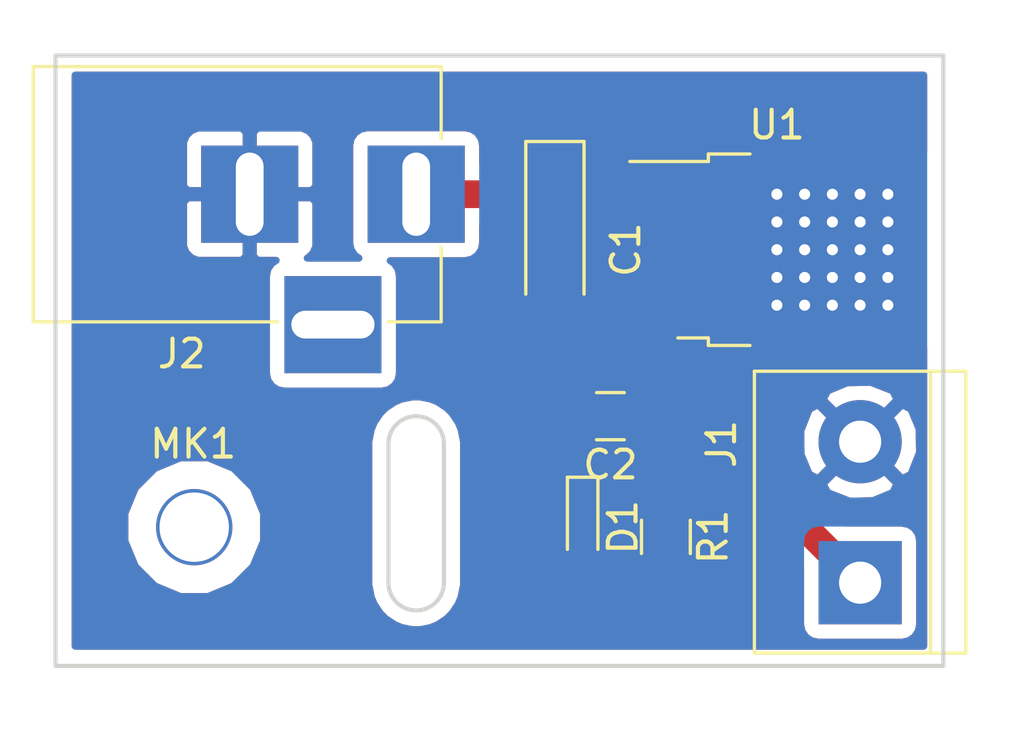
<source format=kicad_pcb>
(kicad_pcb (version 20171130) (host pcbnew "(5.0.0-rc3-dev-2-g101b68b61)")

  (general
    (thickness 1.6)
    (drawings 8)
    (tracks 36)
    (zones 0)
    (modules 8)
    (nets 5)
  )

  (page A4)
  (layers
    (0 F.Cu signal)
    (31 B.Cu signal)
    (33 F.Adhes user)
    (37 F.SilkS user)
    (39 F.Mask user)
    (40 Dwgs.User user)
    (41 Cmts.User user)
    (42 Eco1.User user)
    (43 Eco2.User user)
    (44 Edge.Cuts user)
    (45 Margin user)
    (46 B.CrtYd user)
    (47 F.CrtYd user)
    (49 F.Fab user)
  )

  (setup
    (last_trace_width 0.25)
    (user_trace_width 1)
    (trace_clearance 0.25)
    (zone_clearance 0.508)
    (zone_45_only no)
    (trace_min 0.25)
    (segment_width 0.2)
    (edge_width 0.15)
    (via_size 0.8)
    (via_drill 0.4)
    (via_min_size 0.4)
    (via_min_drill 0.3)
    (uvia_size 0.3)
    (uvia_drill 0.1)
    (uvias_allowed no)
    (uvia_min_size 0.2)
    (uvia_min_drill 0.1)
    (pcb_text_width 0.3)
    (pcb_text_size 1.5 1.5)
    (mod_edge_width 0.15)
    (mod_text_size 1 1)
    (mod_text_width 0.15)
    (pad_size 1.524 1.524)
    (pad_drill 0.762)
    (pad_to_mask_clearance 0.2)
    (aux_axis_origin 0 0)
    (grid_origin 76.2 71.12)
    (visible_elements FFFFFF7F)
    (pcbplotparams
      (layerselection 0x010a0_ffffffff)
      (usegerberextensions false)
      (usegerberattributes false)
      (usegerberadvancedattributes false)
      (creategerberjobfile false)
      (excludeedgelayer true)
      (linewidth 0.100000)
      (plotframeref false)
      (viasonmask false)
      (mode 1)
      (useauxorigin false)
      (hpglpennumber 1)
      (hpglpenspeed 20)
      (hpglpendiameter 15.000000)
      (psnegative false)
      (psa4output false)
      (plotreference true)
      (plotvalue true)
      (plotinvisibletext false)
      (padsonsilk false)
      (subtractmaskfromsilk false)
      (outputformat 1)
      (mirror false)
      (drillshape 0)
      (scaleselection 1)
      (outputdirectory "gerber/"))
  )

  (net 0 "")
  (net 1 GND)
  (net 2 +12V)
  (net 3 "Net-(C2-Pad1)")
  (net 4 "Net-(D1-Pad2)")

  (net_class Default "This is the default net class."
    (clearance 0.25)
    (trace_width 0.25)
    (via_dia 0.8)
    (via_drill 0.4)
    (uvia_dia 0.3)
    (uvia_drill 0.1)
    (diff_pair_gap 0.25)
    (diff_pair_width 0.25)
    (add_net +12V)
    (add_net GND)
    (add_net "Net-(C2-Pad1)")
    (add_net "Net-(D1-Pad2)")
  )

  (module "L7805 reg:Mounting_Hole_Keepout" (layer F.Cu) (tedit 5B42B3F9) (tstamp 5B42BB1C)
    (at 68.2 83.12)
    (path /5B436B41)
    (fp_text reference MK1 (at -0.0381 -3) (layer F.SilkS)
      (effects (font (size 1 1) (thickness 0.15)))
    )
    (fp_text value Mounting_Hole (at 0.19558 5.96392) (layer F.Fab)
      (effects (font (size 1 1) (thickness 0.15)))
    )
    (pad "" np_thru_hole circle (at 0 0) (size 2.75 2.75) (drill 2.5) (layers *.Cu *.Mask)
      (clearance 1))
  )

  (module Connectors:BARREL_JACK (layer F.Cu) (tedit 5861378E) (tstamp 5B42A776)
    (at 76.2 71.12)
    (descr "DC Barrel Jack")
    (tags "Power Jack")
    (path /5B42E9ED)
    (fp_text reference J2 (at -8.45 5.75 180) (layer F.SilkS)
      (effects (font (size 1 1) (thickness 0.15)))
    )
    (fp_text value Barrel_Jack (at -6.2 -5.5) (layer F.Fab)
      (effects (font (size 1 1) (thickness 0.15)))
    )
    (fp_line (start 0.8 -4.5) (end -13.7 -4.5) (layer F.Fab) (width 0.1))
    (fp_line (start 0.8 4.5) (end 0.8 -4.5) (layer F.Fab) (width 0.1))
    (fp_line (start -13.7 4.5) (end 0.8 4.5) (layer F.Fab) (width 0.1))
    (fp_line (start -13.7 -4.5) (end -13.7 4.5) (layer F.Fab) (width 0.1))
    (fp_line (start -10.2 -4.5) (end -10.2 4.5) (layer F.Fab) (width 0.1))
    (fp_line (start 0.9 -4.6) (end 0.9 -2) (layer F.SilkS) (width 0.12))
    (fp_line (start -13.8 -4.6) (end 0.9 -4.6) (layer F.SilkS) (width 0.12))
    (fp_line (start 0.9 4.6) (end -1 4.6) (layer F.SilkS) (width 0.12))
    (fp_line (start 0.9 1.9) (end 0.9 4.6) (layer F.SilkS) (width 0.12))
    (fp_line (start -13.8 4.6) (end -13.8 -4.6) (layer F.SilkS) (width 0.12))
    (fp_line (start -5 4.6) (end -13.8 4.6) (layer F.SilkS) (width 0.12))
    (fp_line (start -14 4.75) (end -14 -4.75) (layer F.CrtYd) (width 0.05))
    (fp_line (start -5 4.75) (end -14 4.75) (layer F.CrtYd) (width 0.05))
    (fp_line (start -5 6.75) (end -5 4.75) (layer F.CrtYd) (width 0.05))
    (fp_line (start -1 6.75) (end -5 6.75) (layer F.CrtYd) (width 0.05))
    (fp_line (start -1 4.75) (end -1 6.75) (layer F.CrtYd) (width 0.05))
    (fp_line (start 1 4.75) (end -1 4.75) (layer F.CrtYd) (width 0.05))
    (fp_line (start 1 2) (end 1 4.75) (layer F.CrtYd) (width 0.05))
    (fp_line (start 2 2) (end 1 2) (layer F.CrtYd) (width 0.05))
    (fp_line (start 2 -2) (end 2 2) (layer F.CrtYd) (width 0.05))
    (fp_line (start 1 -2) (end 2 -2) (layer F.CrtYd) (width 0.05))
    (fp_line (start 1 -4.5) (end 1 -2) (layer F.CrtYd) (width 0.05))
    (fp_line (start 1 -4.75) (end -14 -4.75) (layer F.CrtYd) (width 0.05))
    (fp_line (start 1 -4.5) (end 1 -4.75) (layer F.CrtYd) (width 0.05))
    (pad 3 thru_hole rect (at -3 4.7) (size 3.5 3.5) (drill oval 3 1) (layers *.Cu *.Mask))
    (pad 2 thru_hole rect (at -6 0) (size 3.5 3.5) (drill oval 1 3) (layers *.Cu *.Mask)
      (net 1 GND))
    (pad 1 thru_hole rect (at 0 0) (size 3.5 3.5) (drill oval 1 3) (layers *.Cu *.Mask)
      (net 2 +12V))
  )

  (module Capacitors_Tantalum_SMD:CP_Tantalum_Case-A_EIA-3216-18_Hand (layer F.Cu) (tedit 58CC8C08) (tstamp 5B42A71C)
    (at 81.2 73.12 270)
    (descr "Tantalum capacitor, Case A, EIA 3216-18, 3.2x1.6x1.6mm, Hand soldering footprint")
    (tags "capacitor tantalum smd")
    (path /5B429712)
    (attr smd)
    (fp_text reference C1 (at 0 -2.55 270) (layer F.SilkS)
      (effects (font (size 1 1) (thickness 0.15)))
    )
    (fp_text value 0,33uF (at 0 2.55 270) (layer F.Fab)
      (effects (font (size 1 1) (thickness 0.15)))
    )
    (fp_line (start -3.9 -1.05) (end -3.9 1.05) (layer F.SilkS) (width 0.12))
    (fp_line (start -3.9 1.05) (end 1.6 1.05) (layer F.SilkS) (width 0.12))
    (fp_line (start -3.9 -1.05) (end 1.6 -1.05) (layer F.SilkS) (width 0.12))
    (fp_line (start -1.12 -0.8) (end -1.12 0.8) (layer F.Fab) (width 0.1))
    (fp_line (start -1.28 -0.8) (end -1.28 0.8) (layer F.Fab) (width 0.1))
    (fp_line (start 1.6 -0.8) (end -1.6 -0.8) (layer F.Fab) (width 0.1))
    (fp_line (start 1.6 0.8) (end 1.6 -0.8) (layer F.Fab) (width 0.1))
    (fp_line (start -1.6 0.8) (end 1.6 0.8) (layer F.Fab) (width 0.1))
    (fp_line (start -1.6 -0.8) (end -1.6 0.8) (layer F.Fab) (width 0.1))
    (fp_line (start 4 -1.2) (end -4 -1.2) (layer F.CrtYd) (width 0.05))
    (fp_line (start 4 1.2) (end 4 -1.2) (layer F.CrtYd) (width 0.05))
    (fp_line (start -4 1.2) (end 4 1.2) (layer F.CrtYd) (width 0.05))
    (fp_line (start -4 -1.2) (end -4 1.2) (layer F.CrtYd) (width 0.05))
    (fp_text user %R (at 0 0 270) (layer F.Fab)
      (effects (font (size 0.7 0.7) (thickness 0.105)))
    )
    (pad 2 smd rect (at 2 0 270) (size 3.2 1.5) (layers F.Cu F.Paste F.Mask)
      (net 1 GND))
    (pad 1 smd rect (at -2 0 270) (size 3.2 1.5) (layers F.Cu F.Paste F.Mask)
      (net 2 +12V))
    (model Capacitors_Tantalum_SMD.3dshapes/CP_Tantalum_Case-A_EIA-3216-18.wrl
      (at (xyz 0 0 0))
      (scale (xyz 1 1 1))
      (rotate (xyz 0 0 0))
    )
  )

  (module Capacitors_SMD:C_0805_HandSoldering (layer F.Cu) (tedit 58AA84A8) (tstamp 5B42A72D)
    (at 83.2 79.12 180)
    (descr "Capacitor SMD 0805, hand soldering")
    (tags "capacitor 0805")
    (path /5B429A04)
    (attr smd)
    (fp_text reference C2 (at 0 -1.75 180) (layer F.SilkS)
      (effects (font (size 1 1) (thickness 0.15)))
    )
    (fp_text value 0,1uF (at 0 1.75 180) (layer F.Fab)
      (effects (font (size 1 1) (thickness 0.15)))
    )
    (fp_line (start 2.25 0.87) (end -2.25 0.87) (layer F.CrtYd) (width 0.05))
    (fp_line (start 2.25 0.87) (end 2.25 -0.88) (layer F.CrtYd) (width 0.05))
    (fp_line (start -2.25 -0.88) (end -2.25 0.87) (layer F.CrtYd) (width 0.05))
    (fp_line (start -2.25 -0.88) (end 2.25 -0.88) (layer F.CrtYd) (width 0.05))
    (fp_line (start -0.5 0.85) (end 0.5 0.85) (layer F.SilkS) (width 0.12))
    (fp_line (start 0.5 -0.85) (end -0.5 -0.85) (layer F.SilkS) (width 0.12))
    (fp_line (start -1 -0.62) (end 1 -0.62) (layer F.Fab) (width 0.1))
    (fp_line (start 1 -0.62) (end 1 0.62) (layer F.Fab) (width 0.1))
    (fp_line (start 1 0.62) (end -1 0.62) (layer F.Fab) (width 0.1))
    (fp_line (start -1 0.62) (end -1 -0.62) (layer F.Fab) (width 0.1))
    (fp_text user %R (at 0 -1.75 180) (layer F.Fab)
      (effects (font (size 1 1) (thickness 0.15)))
    )
    (pad 2 smd rect (at 1.25 0 180) (size 1.5 1.25) (layers F.Cu F.Paste F.Mask)
      (net 1 GND))
    (pad 1 smd rect (at -1.25 0 180) (size 1.5 1.25) (layers F.Cu F.Paste F.Mask)
      (net 3 "Net-(C2-Pad1)"))
    (model Capacitors_SMD.3dshapes/C_0805.wrl
      (at (xyz 0 0 0))
      (scale (xyz 1 1 1))
      (rotate (xyz 0 0 0))
    )
  )

  (module LEDs:LED_0603_HandSoldering (layer F.Cu) (tedit 595FC9C0) (tstamp 5B42A742)
    (at 82.2 83.12 270)
    (descr "LED SMD 0603, hand soldering")
    (tags "LED 0603")
    (path /5B429E76)
    (attr smd)
    (fp_text reference D1 (at 0 -1.45 270) (layer F.SilkS)
      (effects (font (size 1 1) (thickness 0.15)))
    )
    (fp_text value LED (at 0 1.55 270) (layer F.Fab)
      (effects (font (size 1 1) (thickness 0.15)))
    )
    (fp_line (start -0.8 -0.4) (end -0.8 0.4) (layer F.Fab) (width 0.1))
    (fp_line (start 1.95 0.7) (end -1.96 0.7) (layer F.CrtYd) (width 0.05))
    (fp_line (start 1.95 0.7) (end 1.95 -0.7) (layer F.CrtYd) (width 0.05))
    (fp_line (start -1.96 -0.7) (end -1.96 0.7) (layer F.CrtYd) (width 0.05))
    (fp_line (start -1.96 -0.7) (end 1.95 -0.7) (layer F.CrtYd) (width 0.05))
    (fp_line (start -1.8 -0.55) (end 0.8 -0.55) (layer F.SilkS) (width 0.12))
    (fp_line (start -1.8 0.55) (end 0.8 0.55) (layer F.SilkS) (width 0.12))
    (fp_line (start -0.8 -0.4) (end 0.8 -0.4) (layer F.Fab) (width 0.1))
    (fp_line (start 0.8 -0.4) (end 0.8 0.4) (layer F.Fab) (width 0.1))
    (fp_line (start 0.8 0.4) (end -0.8 0.4) (layer F.Fab) (width 0.1))
    (fp_line (start 0.15 -0.2) (end 0.15 0.2) (layer F.Fab) (width 0.1))
    (fp_line (start 0.15 0.2) (end -0.15 0) (layer F.Fab) (width 0.1))
    (fp_line (start -0.15 0) (end 0.15 -0.2) (layer F.Fab) (width 0.1))
    (fp_line (start -0.2 -0.2) (end -0.2 0.2) (layer F.Fab) (width 0.1))
    (fp_line (start -1.8 -0.55) (end -1.8 0.55) (layer F.SilkS) (width 0.12))
    (pad 2 smd rect (at 1.1 0 270) (size 1.2 0.9) (layers F.Cu F.Paste F.Mask)
      (net 4 "Net-(D1-Pad2)"))
    (pad 1 smd rect (at -1.1 0 270) (size 1.2 0.9) (layers F.Cu F.Paste F.Mask)
      (net 1 GND))
    (model ${KISYS3DMOD}/LEDs.3dshapes/LED_0603.wrl
      (at (xyz 0 0 0))
      (scale (xyz 1 1 1))
      (rotate (xyz 0 0 180))
    )
  )

  (module Connectors_Terminal_Blocks:TerminalBlock_bornier-2_P5.08mm (layer F.Cu) (tedit 59FF03AB) (tstamp 5B42A757)
    (at 92.2 85.12 90)
    (descr "simple 2-pin terminal block, pitch 5.08mm, revamped version of bornier2")
    (tags "terminal block bornier2")
    (path /5B42A6E2)
    (fp_text reference J1 (at 5 -5 90) (layer F.SilkS)
      (effects (font (size 1 1) (thickness 0.15)))
    )
    (fp_text value Screw_Terminal_01x02 (at 2.54 5.08 90) (layer F.Fab)
      (effects (font (size 1 1) (thickness 0.15)))
    )
    (fp_line (start 7.79 4) (end -2.71 4) (layer F.CrtYd) (width 0.05))
    (fp_line (start 7.79 4) (end 7.79 -4) (layer F.CrtYd) (width 0.05))
    (fp_line (start -2.71 -4) (end -2.71 4) (layer F.CrtYd) (width 0.05))
    (fp_line (start -2.71 -4) (end 7.79 -4) (layer F.CrtYd) (width 0.05))
    (fp_line (start -2.54 3.81) (end 7.62 3.81) (layer F.SilkS) (width 0.12))
    (fp_line (start -2.54 -3.81) (end -2.54 3.81) (layer F.SilkS) (width 0.12))
    (fp_line (start 7.62 -3.81) (end -2.54 -3.81) (layer F.SilkS) (width 0.12))
    (fp_line (start 7.62 3.81) (end 7.62 -3.81) (layer F.SilkS) (width 0.12))
    (fp_line (start 7.62 2.54) (end -2.54 2.54) (layer F.SilkS) (width 0.12))
    (fp_line (start 7.54 -3.75) (end -2.46 -3.75) (layer F.Fab) (width 0.1))
    (fp_line (start 7.54 3.75) (end 7.54 -3.75) (layer F.Fab) (width 0.1))
    (fp_line (start -2.46 3.75) (end 7.54 3.75) (layer F.Fab) (width 0.1))
    (fp_line (start -2.46 -3.75) (end -2.46 3.75) (layer F.Fab) (width 0.1))
    (fp_line (start -2.41 2.55) (end 7.49 2.55) (layer F.Fab) (width 0.1))
    (fp_text user %R (at 2.54 0 90) (layer F.Fab)
      (effects (font (size 1 1) (thickness 0.15)))
    )
    (pad 2 thru_hole circle (at 5.08 0 90) (size 3 3) (drill 1.52) (layers *.Cu *.Mask)
      (net 1 GND))
    (pad 1 thru_hole rect (at 0 0 90) (size 3 3) (drill 1.52) (layers *.Cu *.Mask)
      (net 3 "Net-(C2-Pad1)"))
    (model ${KISYS3DMOD}/Terminal_Blocks.3dshapes/TerminalBlock_bornier-2_P5.08mm.wrl
      (offset (xyz 2.539999961853027 0 0))
      (scale (xyz 1 1 1))
      (rotate (xyz 0 0 0))
    )
  )

  (module Resistors_SMD:R_0805_HandSoldering (layer F.Cu) (tedit 58E0A804) (tstamp 5B42A787)
    (at 85.2 83.47 270)
    (descr "Resistor SMD 0805, hand soldering")
    (tags "resistor 0805")
    (path /5B429CBF)
    (attr smd)
    (fp_text reference R1 (at 0 -1.7 270) (layer F.SilkS)
      (effects (font (size 1 1) (thickness 0.15)))
    )
    (fp_text value 270 (at 0 1.75 270) (layer F.Fab)
      (effects (font (size 1 1) (thickness 0.15)))
    )
    (fp_line (start 2.35 0.9) (end -2.35 0.9) (layer F.CrtYd) (width 0.05))
    (fp_line (start 2.35 0.9) (end 2.35 -0.9) (layer F.CrtYd) (width 0.05))
    (fp_line (start -2.35 -0.9) (end -2.35 0.9) (layer F.CrtYd) (width 0.05))
    (fp_line (start -2.35 -0.9) (end 2.35 -0.9) (layer F.CrtYd) (width 0.05))
    (fp_line (start -0.6 -0.88) (end 0.6 -0.88) (layer F.SilkS) (width 0.12))
    (fp_line (start 0.6 0.88) (end -0.6 0.88) (layer F.SilkS) (width 0.12))
    (fp_line (start -1 -0.62) (end 1 -0.62) (layer F.Fab) (width 0.1))
    (fp_line (start 1 -0.62) (end 1 0.62) (layer F.Fab) (width 0.1))
    (fp_line (start 1 0.62) (end -1 0.62) (layer F.Fab) (width 0.1))
    (fp_line (start -1 0.62) (end -1 -0.62) (layer F.Fab) (width 0.1))
    (fp_text user %R (at 0 0 270) (layer F.Fab)
      (effects (font (size 0.5 0.5) (thickness 0.075)))
    )
    (pad 2 smd rect (at 1.35 0 270) (size 1.5 1.3) (layers F.Cu F.Paste F.Mask)
      (net 4 "Net-(D1-Pad2)"))
    (pad 1 smd rect (at -1.35 0 270) (size 1.5 1.3) (layers F.Cu F.Paste F.Mask)
      (net 3 "Net-(C2-Pad1)"))
    (model ${KISYS3DMOD}/Resistors_SMD.3dshapes/R_0805.wrl
      (at (xyz 0 0 0))
      (scale (xyz 1 1 1))
      (rotate (xyz 0 0 0))
    )
  )

  (module TO_SOT_Packages_SMD:TO-252-2 (layer F.Cu) (tedit 590079C0) (tstamp 5B42B739)
    (at 89.2 73.12)
    (descr "TO-252 / DPAK SMD package, http://www.infineon.com/cms/en/product/packages/PG-TO252/PG-TO252-3-1/")
    (tags "DPAK TO-252 DPAK-3 TO-252-3 SOT-428")
    (path /5B4298DC)
    (attr smd)
    (fp_text reference U1 (at 0 -4.5) (layer F.SilkS)
      (effects (font (size 1 1) (thickness 0.15)))
    )
    (fp_text value L7805 (at 0 4.5) (layer F.Fab)
      (effects (font (size 1 1) (thickness 0.15)))
    )
    (fp_text user %R (at 0 0) (layer F.Fab)
      (effects (font (size 1 1) (thickness 0.15)))
    )
    (fp_line (start 5.55 -3.5) (end -5.55 -3.5) (layer F.CrtYd) (width 0.05))
    (fp_line (start 5.55 3.5) (end 5.55 -3.5) (layer F.CrtYd) (width 0.05))
    (fp_line (start -5.55 3.5) (end 5.55 3.5) (layer F.CrtYd) (width 0.05))
    (fp_line (start -5.55 -3.5) (end -5.55 3.5) (layer F.CrtYd) (width 0.05))
    (fp_line (start -2.47 3.18) (end -3.57 3.18) (layer F.SilkS) (width 0.12))
    (fp_line (start -2.47 3.45) (end -2.47 3.18) (layer F.SilkS) (width 0.12))
    (fp_line (start -0.97 3.45) (end -2.47 3.45) (layer F.SilkS) (width 0.12))
    (fp_line (start -2.47 -3.18) (end -5.3 -3.18) (layer F.SilkS) (width 0.12))
    (fp_line (start -2.47 -3.45) (end -2.47 -3.18) (layer F.SilkS) (width 0.12))
    (fp_line (start -0.97 -3.45) (end -2.47 -3.45) (layer F.SilkS) (width 0.12))
    (fp_line (start -4.97 2.655) (end -2.27 2.655) (layer F.Fab) (width 0.1))
    (fp_line (start -4.97 1.905) (end -4.97 2.655) (layer F.Fab) (width 0.1))
    (fp_line (start -2.27 1.905) (end -4.97 1.905) (layer F.Fab) (width 0.1))
    (fp_line (start -4.97 -1.905) (end -2.27 -1.905) (layer F.Fab) (width 0.1))
    (fp_line (start -4.97 -2.655) (end -4.97 -1.905) (layer F.Fab) (width 0.1))
    (fp_line (start -1.865 -2.655) (end -4.97 -2.655) (layer F.Fab) (width 0.1))
    (fp_line (start -1.27 -3.25) (end 3.95 -3.25) (layer F.Fab) (width 0.1))
    (fp_line (start -2.27 -2.25) (end -1.27 -3.25) (layer F.Fab) (width 0.1))
    (fp_line (start -2.27 3.25) (end -2.27 -2.25) (layer F.Fab) (width 0.1))
    (fp_line (start 3.95 3.25) (end -2.27 3.25) (layer F.Fab) (width 0.1))
    (fp_line (start 3.95 -3.25) (end 3.95 3.25) (layer F.Fab) (width 0.1))
    (fp_line (start 4.95 2.7) (end 3.95 2.7) (layer F.Fab) (width 0.1))
    (fp_line (start 4.95 -2.7) (end 4.95 2.7) (layer F.Fab) (width 0.1))
    (fp_line (start 3.95 -2.7) (end 4.95 -2.7) (layer F.Fab) (width 0.1))
    (pad 2 smd rect (at 0.425 1.525) (size 3.05 2.75) (layers F.Cu F.Paste)
      (net 1 GND))
    (pad 2 smd rect (at 3.775 -1.525) (size 3.05 2.75) (layers F.Cu F.Paste)
      (net 1 GND))
    (pad 2 smd rect (at 0.425 -1.525) (size 3.05 2.75) (layers F.Cu F.Paste)
      (net 1 GND))
    (pad 2 smd rect (at 3.775 1.525) (size 3.05 2.75) (layers F.Cu F.Paste)
      (net 1 GND))
    (pad 2 smd rect (at 2.1 0) (size 6.4 5.8) (layers F.Cu F.Mask)
      (net 1 GND))
    (pad 3 smd rect (at -4.2 2.28) (size 2.2 1.2) (layers F.Cu F.Paste F.Mask)
      (net 3 "Net-(C2-Pad1)"))
    (pad 1 smd rect (at -4.2 -2.28) (size 2.2 1.2) (layers F.Cu F.Paste F.Mask)
      (net 2 +12V))
    (model ${KISYS3DMOD}/TO_SOT_Packages_SMD.3dshapes/TO-252-2.wrl
      (at (xyz 0 0 0))
      (scale (xyz 1 1 1))
      (rotate (xyz 0 0 0))
    )
  )

  (gr_line (start 75.2 80.12) (end 75.2 85.12) (layer Edge.Cuts) (width 0.15))
  (gr_arc (start 76.2 85.12) (end 75.2 85.12) (angle -180) (layer Edge.Cuts) (width 0.15))
  (gr_arc (start 76.2 80.12) (end 77.2 80.12) (angle -180) (layer Edge.Cuts) (width 0.15))
  (gr_line (start 77.2 85.12) (end 77.2 80.12) (layer Edge.Cuts) (width 0.15))
  (gr_line (start 63.2 88.12) (end 63.2 66.12) (layer Edge.Cuts) (width 0.15))
  (gr_line (start 95.2 88.12) (end 63.2 88.12) (layer Edge.Cuts) (width 0.15))
  (gr_line (start 95.2 66.12) (end 95.2 88.12) (layer Edge.Cuts) (width 0.15))
  (gr_line (start 63.2 66.12) (end 95.2 66.12) (layer Edge.Cuts) (width 0.15))

  (via (at 89.2 71.12) (size 0.8) (drill 0.4) (layers F.Cu B.Cu) (net 1))
  (via (at 90.2 71.12) (size 0.8) (drill 0.4) (layers F.Cu B.Cu) (net 1) (tstamp 5B42B8B7))
  (via (at 91.2 71.12) (size 0.8) (drill 0.4) (layers F.Cu B.Cu) (net 1) (tstamp 5B42B8B8))
  (via (at 92.2 71.12) (size 0.8) (drill 0.4) (layers F.Cu B.Cu) (net 1) (tstamp 5B42B8B9))
  (via (at 93.2 71.12) (size 0.8) (drill 0.4) (layers F.Cu B.Cu) (net 1) (tstamp 5B42B8BA))
  (via (at 89.2 72.12) (size 0.8) (drill 0.4) (layers F.Cu B.Cu) (net 1) (tstamp 5B42B8BB))
  (via (at 90.2 72.12) (size 0.8) (drill 0.4) (layers F.Cu B.Cu) (net 1) (tstamp 5B42B8BC))
  (via (at 91.2 72.12) (size 0.8) (drill 0.4) (layers F.Cu B.Cu) (net 1) (tstamp 5B42B8BD))
  (via (at 92.2 72.12) (size 0.8) (drill 0.4) (layers F.Cu B.Cu) (net 1) (tstamp 5B42B8BE))
  (via (at 93.2 72.12) (size 0.8) (drill 0.4) (layers F.Cu B.Cu) (net 1) (tstamp 5B42B8BF))
  (via (at 89.2 73.12) (size 0.8) (drill 0.4) (layers F.Cu B.Cu) (net 1) (tstamp 5B42B8C0))
  (via (at 90.2 73.12) (size 0.8) (drill 0.4) (layers F.Cu B.Cu) (net 1) (tstamp 5B42B8C1))
  (via (at 91.2 73.12) (size 0.8) (drill 0.4) (layers F.Cu B.Cu) (net 1) (tstamp 5B42B8C2))
  (via (at 92.2 73.12) (size 0.8) (drill 0.4) (layers F.Cu B.Cu) (net 1) (tstamp 5B42B8C3))
  (via (at 93.2 73.12) (size 0.8) (drill 0.4) (layers F.Cu B.Cu) (net 1) (tstamp 5B42B8C4))
  (via (at 89.2 74.12) (size 0.8) (drill 0.4) (layers F.Cu B.Cu) (net 1) (tstamp 5B42B8C5))
  (via (at 90.2 74.12) (size 0.8) (drill 0.4) (layers F.Cu B.Cu) (net 1) (tstamp 5B42B8C6))
  (via (at 91.2 74.12) (size 0.8) (drill 0.4) (layers F.Cu B.Cu) (net 1) (tstamp 5B42B8C7))
  (via (at 92.2 74.12) (size 0.8) (drill 0.4) (layers F.Cu B.Cu) (net 1) (tstamp 5B42B8C8))
  (via (at 93.2 74.12) (size 0.8) (drill 0.4) (layers F.Cu B.Cu) (net 1) (tstamp 5B42B8C9))
  (via (at 89.2 75.12) (size 0.8) (drill 0.4) (layers F.Cu B.Cu) (net 1) (tstamp 5B42B8CA))
  (via (at 90.2 75.12) (size 0.8) (drill 0.4) (layers F.Cu B.Cu) (net 1) (tstamp 5B42B8CB))
  (via (at 91.2 75.12) (size 0.8) (drill 0.4) (layers F.Cu B.Cu) (net 1) (tstamp 5B42B8CC))
  (via (at 92.2 75.12) (size 0.8) (drill 0.4) (layers F.Cu B.Cu) (net 1) (tstamp 5B42B8CD))
  (via (at 93.2 75.12) (size 0.8) (drill 0.4) (layers F.Cu B.Cu) (net 1) (tstamp 5B42B8CE))
  (segment (start 76.2 71.12) (end 81.2 71.12) (width 1) (layer F.Cu) (net 2))
  (segment (start 84.72 71.12) (end 85 70.84) (width 1) (layer F.Cu) (net 2))
  (segment (start 81.2 71.12) (end 84.72 71.12) (width 1) (layer F.Cu) (net 2))
  (segment (start 85 78.57) (end 84.45 79.12) (width 1) (layer F.Cu) (net 3))
  (segment (start 85 75.4) (end 85 78.57) (width 1) (layer F.Cu) (net 3))
  (segment (start 84.45 81.37) (end 85.2 82.12) (width 1) (layer F.Cu) (net 3))
  (segment (start 84.45 79.12) (end 84.45 81.37) (width 1) (layer F.Cu) (net 3))
  (segment (start 89.2 82.12) (end 92.2 85.12) (width 1) (layer F.Cu) (net 3))
  (segment (start 85.2 82.12) (end 89.2 82.12) (width 1) (layer F.Cu) (net 3))
  (segment (start 82.8 84.82) (end 82.2 84.22) (width 0.25) (layer F.Cu) (net 4))
  (segment (start 85.2 84.82) (end 82.8 84.82) (width 0.25) (layer F.Cu) (net 4))

  (zone (net 1) (net_name GND) (layer B.Cu) (tstamp 5B42BDE6) (hatch edge 0.508)
    (connect_pads (clearance 0.508))
    (min_thickness 0.254)
    (fill yes (arc_segments 16) (thermal_gap 0.508) (thermal_bridge_width 0.508))
    (polygon
      (pts
        (xy 61.2 64.12) (xy 97.2 64.12) (xy 97.2 90.12) (xy 61.2 90.12)
      )
    )
    (filled_polygon
      (pts
        (xy 94.490001 87.41) (xy 63.91 87.41) (xy 63.91 82.622321) (xy 65.698 82.622321) (xy 65.698 83.617679)
        (xy 66.078907 84.537269) (xy 66.782731 85.241093) (xy 67.702321 85.622) (xy 68.697679 85.622) (xy 69.617269 85.241093)
        (xy 70.321093 84.537269) (xy 70.702 83.617679) (xy 70.702 82.622321) (xy 70.321093 81.702731) (xy 69.617269 80.998907)
        (xy 68.697679 80.618) (xy 67.702321 80.618) (xy 66.782731 80.998907) (xy 66.078907 81.702731) (xy 65.698 82.622321)
        (xy 63.91 82.622321) (xy 63.91 80.050075) (xy 74.49 80.050075) (xy 74.490001 85.189926) (xy 74.503642 85.258504)
        (xy 74.503642 85.258513) (xy 74.579762 85.641196) (xy 74.599395 85.688593) (xy 74.685776 85.897138) (xy 74.902549 86.221561)
        (xy 74.90255 86.221562) (xy 75.098438 86.417451) (xy 75.422862 86.634223) (xy 75.528877 86.678136) (xy 75.678804 86.740238)
        (xy 76.061486 86.816358) (xy 76.338513 86.816358) (xy 76.721196 86.740238) (xy 76.79616 86.709187) (xy 76.977138 86.634224)
        (xy 77.301561 86.417451) (xy 77.301562 86.41745) (xy 77.497451 86.221562) (xy 77.714223 85.897138) (xy 77.759096 85.788805)
        (xy 77.820238 85.641196) (xy 77.896358 85.258514) (xy 77.896358 85.258509) (xy 77.91 85.189926) (xy 77.91 83.62)
        (xy 90.05256 83.62) (xy 90.05256 86.62) (xy 90.101843 86.867765) (xy 90.242191 87.077809) (xy 90.452235 87.218157)
        (xy 90.7 87.26744) (xy 93.7 87.26744) (xy 93.947765 87.218157) (xy 94.157809 87.077809) (xy 94.298157 86.867765)
        (xy 94.34744 86.62) (xy 94.34744 83.62) (xy 94.298157 83.372235) (xy 94.157809 83.162191) (xy 93.947765 83.021843)
        (xy 93.7 82.97256) (xy 90.7 82.97256) (xy 90.452235 83.021843) (xy 90.242191 83.162191) (xy 90.101843 83.372235)
        (xy 90.05256 83.62) (xy 77.91 83.62) (xy 77.91 81.55397) (xy 90.865635 81.55397) (xy 91.025418 81.872739)
        (xy 91.816187 82.182723) (xy 92.665387 82.166497) (xy 93.374582 81.872739) (xy 93.534365 81.55397) (xy 92.2 80.219605)
        (xy 90.865635 81.55397) (xy 77.91 81.55397) (xy 77.91 80.050074) (xy 77.896358 79.981491) (xy 77.896358 79.981486)
        (xy 77.831653 79.656187) (xy 90.057277 79.656187) (xy 90.073503 80.505387) (xy 90.367261 81.214582) (xy 90.68603 81.374365)
        (xy 92.020395 80.04) (xy 92.379605 80.04) (xy 93.71397 81.374365) (xy 94.032739 81.214582) (xy 94.342723 80.423813)
        (xy 94.326497 79.574613) (xy 94.032739 78.865418) (xy 93.71397 78.705635) (xy 92.379605 80.04) (xy 92.020395 80.04)
        (xy 90.68603 78.705635) (xy 90.367261 78.865418) (xy 90.057277 79.656187) (xy 77.831653 79.656187) (xy 77.820238 79.598804)
        (xy 77.714223 79.342863) (xy 77.714223 79.342862) (xy 77.497451 79.018438) (xy 77.301562 78.82255) (xy 77.301561 78.822549)
        (xy 76.977138 78.605776) (xy 76.784612 78.52603) (xy 90.865635 78.52603) (xy 92.2 79.860395) (xy 93.534365 78.52603)
        (xy 93.374582 78.207261) (xy 92.583813 77.897277) (xy 91.734613 77.913503) (xy 91.025418 78.207261) (xy 90.865635 78.52603)
        (xy 76.784612 78.52603) (xy 76.721196 78.499762) (xy 76.338513 78.423642) (xy 76.061486 78.423642) (xy 75.678804 78.499762)
        (xy 75.606632 78.529657) (xy 75.422862 78.605777) (xy 75.098438 78.822549) (xy 74.939501 78.981487) (xy 74.902549 79.018439)
        (xy 74.685776 79.342862) (xy 74.640904 79.451195) (xy 74.579762 79.598804) (xy 74.503642 79.981487) (xy 74.503642 79.981492)
        (xy 74.49 80.050075) (xy 63.91 80.050075) (xy 63.91 71.40575) (xy 67.815 71.40575) (xy 67.815 72.99631)
        (xy 67.911673 73.229699) (xy 68.090302 73.408327) (xy 68.323691 73.505) (xy 69.91425 73.505) (xy 70.073 73.34625)
        (xy 70.073 71.247) (xy 70.327 71.247) (xy 70.327 73.34625) (xy 70.48575 73.505) (xy 71.152612 73.505)
        (xy 70.992191 73.612191) (xy 70.851843 73.822235) (xy 70.80256 74.07) (xy 70.80256 77.57) (xy 70.851843 77.817765)
        (xy 70.992191 78.027809) (xy 71.202235 78.168157) (xy 71.45 78.21744) (xy 74.95 78.21744) (xy 75.197765 78.168157)
        (xy 75.407809 78.027809) (xy 75.548157 77.817765) (xy 75.59744 77.57) (xy 75.59744 74.07) (xy 75.548157 73.822235)
        (xy 75.407809 73.612191) (xy 75.266005 73.51744) (xy 77.95 73.51744) (xy 78.197765 73.468157) (xy 78.407809 73.327809)
        (xy 78.548157 73.117765) (xy 78.59744 72.87) (xy 78.59744 69.37) (xy 78.548157 69.122235) (xy 78.407809 68.912191)
        (xy 78.197765 68.771843) (xy 77.95 68.72256) (xy 74.45 68.72256) (xy 74.202235 68.771843) (xy 73.992191 68.912191)
        (xy 73.851843 69.122235) (xy 73.80256 69.37) (xy 73.80256 72.87) (xy 73.851843 73.117765) (xy 73.992191 73.327809)
        (xy 74.133995 73.42256) (xy 72.275337 73.42256) (xy 72.309698 73.408327) (xy 72.488327 73.229699) (xy 72.585 72.99631)
        (xy 72.585 71.40575) (xy 72.42625 71.247) (xy 70.327 71.247) (xy 70.073 71.247) (xy 67.97375 71.247)
        (xy 67.815 71.40575) (xy 63.91 71.40575) (xy 63.91 69.24369) (xy 67.815 69.24369) (xy 67.815 70.83425)
        (xy 67.97375 70.993) (xy 70.073 70.993) (xy 70.073 68.89375) (xy 70.327 68.89375) (xy 70.327 70.993)
        (xy 72.42625 70.993) (xy 72.585 70.83425) (xy 72.585 69.24369) (xy 72.488327 69.010301) (xy 72.309698 68.831673)
        (xy 72.076309 68.735) (xy 70.48575 68.735) (xy 70.327 68.89375) (xy 70.073 68.89375) (xy 69.91425 68.735)
        (xy 68.323691 68.735) (xy 68.090302 68.831673) (xy 67.911673 69.010301) (xy 67.815 69.24369) (xy 63.91 69.24369)
        (xy 63.91 66.83) (xy 94.49 66.83)
      )
    )
  )
  (zone (net 1) (net_name GND) (layer F.Cu) (tstamp 5B42BDE3) (hatch edge 0.508)
    (connect_pads (clearance 0.508))
    (min_thickness 0.254)
    (fill yes (arc_segments 16) (thermal_gap 0.508) (thermal_bridge_width 0.508))
    (polygon
      (pts
        (xy 62.2 65.12) (xy 96.2 65.12) (xy 96.2 89.12) (xy 62.2 89.12)
      )
    )
    (filled_polygon
      (pts
        (xy 94.49 69.585) (xy 91.323691 69.585) (xy 91.3 69.594813) (xy 91.276309 69.585) (xy 87.973691 69.585)
        (xy 87.740302 69.681673) (xy 87.561673 69.860301) (xy 87.465 70.09369) (xy 87.465 73.09631) (xy 87.474813 73.12)
        (xy 87.465 73.14369) (xy 87.465 76.14631) (xy 87.561673 76.379699) (xy 87.740302 76.558327) (xy 87.973691 76.655)
        (xy 91.276309 76.655) (xy 91.3 76.645187) (xy 91.323691 76.655) (xy 94.49 76.655) (xy 94.490001 87.41)
        (xy 63.91 87.41) (xy 63.91 82.622321) (xy 65.698 82.622321) (xy 65.698 83.617679) (xy 66.078907 84.537269)
        (xy 66.782731 85.241093) (xy 67.702321 85.622) (xy 68.697679 85.622) (xy 69.617269 85.241093) (xy 70.321093 84.537269)
        (xy 70.702 83.617679) (xy 70.702 82.622321) (xy 70.321093 81.702731) (xy 69.617269 80.998907) (xy 68.697679 80.618)
        (xy 67.702321 80.618) (xy 66.782731 80.998907) (xy 66.078907 81.702731) (xy 65.698 82.622321) (xy 63.91 82.622321)
        (xy 63.91 80.050075) (xy 74.49 80.050075) (xy 74.490001 85.189926) (xy 74.503642 85.258504) (xy 74.503642 85.258513)
        (xy 74.579762 85.641196) (xy 74.599395 85.688593) (xy 74.685776 85.897138) (xy 74.902549 86.221561) (xy 74.90255 86.221562)
        (xy 75.098438 86.417451) (xy 75.422862 86.634223) (xy 75.528877 86.678136) (xy 75.678804 86.740238) (xy 76.061486 86.816358)
        (xy 76.338513 86.816358) (xy 76.721196 86.740238) (xy 76.79616 86.709187) (xy 76.977138 86.634224) (xy 77.301561 86.417451)
        (xy 77.301562 86.41745) (xy 77.497451 86.221562) (xy 77.714223 85.897138) (xy 77.759096 85.788805) (xy 77.820238 85.641196)
        (xy 77.896358 85.258514) (xy 77.896358 85.258509) (xy 77.91 85.189926) (xy 77.91 83.62) (xy 81.10256 83.62)
        (xy 81.10256 84.82) (xy 81.151843 85.067765) (xy 81.292191 85.277809) (xy 81.502235 85.418157) (xy 81.75 85.46744)
        (xy 82.401 85.46744) (xy 82.503463 85.535904) (xy 82.725148 85.58) (xy 82.725152 85.58) (xy 82.799999 85.594888)
        (xy 82.874846 85.58) (xy 83.904549 85.58) (xy 83.951843 85.817765) (xy 84.092191 86.027809) (xy 84.302235 86.168157)
        (xy 84.55 86.21744) (xy 85.85 86.21744) (xy 86.097765 86.168157) (xy 86.307809 86.027809) (xy 86.448157 85.817765)
        (xy 86.49744 85.57) (xy 86.49744 84.07) (xy 86.448157 83.822235) (xy 86.307809 83.612191) (xy 86.097765 83.471843)
        (xy 86.0885 83.47) (xy 86.097765 83.468157) (xy 86.307809 83.327809) (xy 86.356459 83.255) (xy 88.729869 83.255)
        (xy 90.05256 84.577692) (xy 90.05256 86.62) (xy 90.101843 86.867765) (xy 90.242191 87.077809) (xy 90.452235 87.218157)
        (xy 90.7 87.26744) (xy 93.7 87.26744) (xy 93.947765 87.218157) (xy 94.157809 87.077809) (xy 94.298157 86.867765)
        (xy 94.34744 86.62) (xy 94.34744 83.62) (xy 94.298157 83.372235) (xy 94.157809 83.162191) (xy 93.947765 83.021843)
        (xy 93.7 82.97256) (xy 91.657692 82.97256) (xy 90.239102 81.55397) (xy 90.865635 81.55397) (xy 91.025418 81.872739)
        (xy 91.816187 82.182723) (xy 92.665387 82.166497) (xy 93.374582 81.872739) (xy 93.534365 81.55397) (xy 92.2 80.219605)
        (xy 90.865635 81.55397) (xy 90.239102 81.55397) (xy 90.081613 81.396482) (xy 90.018289 81.301711) (xy 89.642855 81.050854)
        (xy 89.311783 80.985) (xy 89.2 80.962765) (xy 89.088217 80.985) (xy 86.356459 80.985) (xy 86.307809 80.912191)
        (xy 86.097765 80.771843) (xy 85.85 80.72256) (xy 85.585 80.72256) (xy 85.585 80.251459) (xy 85.657809 80.202809)
        (xy 85.798157 79.992765) (xy 85.84744 79.745) (xy 85.84744 79.656187) (xy 90.057277 79.656187) (xy 90.073503 80.505387)
        (xy 90.367261 81.214582) (xy 90.68603 81.374365) (xy 92.020395 80.04) (xy 92.379605 80.04) (xy 93.71397 81.374365)
        (xy 94.032739 81.214582) (xy 94.342723 80.423813) (xy 94.326497 79.574613) (xy 94.032739 78.865418) (xy 93.71397 78.705635)
        (xy 92.379605 80.04) (xy 92.020395 80.04) (xy 90.68603 78.705635) (xy 90.367261 78.865418) (xy 90.057277 79.656187)
        (xy 85.84744 79.656187) (xy 85.84744 79.344661) (xy 86.069146 79.012855) (xy 86.135 78.681783) (xy 86.157235 78.570001)
        (xy 86.148489 78.52603) (xy 90.865635 78.52603) (xy 92.2 79.860395) (xy 93.534365 78.52603) (xy 93.374582 78.207261)
        (xy 92.583813 77.897277) (xy 91.734613 77.913503) (xy 91.025418 78.207261) (xy 90.865635 78.52603) (xy 86.148489 78.52603)
        (xy 86.135 78.458219) (xy 86.135 76.640478) (xy 86.347765 76.598157) (xy 86.557809 76.457809) (xy 86.698157 76.247765)
        (xy 86.74744 76) (xy 86.74744 74.8) (xy 86.698157 74.552235) (xy 86.557809 74.342191) (xy 86.347765 74.201843)
        (xy 86.1 74.15256) (xy 83.9 74.15256) (xy 83.652235 74.201843) (xy 83.442191 74.342191) (xy 83.301843 74.552235)
        (xy 83.25256 74.8) (xy 83.25256 76) (xy 83.301843 76.247765) (xy 83.442191 76.457809) (xy 83.652235 76.598157)
        (xy 83.865 76.640478) (xy 83.865001 77.84756) (xy 83.7 77.84756) (xy 83.452235 77.896843) (xy 83.242191 78.037191)
        (xy 83.201346 78.09832) (xy 83.059698 77.956673) (xy 82.826309 77.86) (xy 82.23575 77.86) (xy 82.077 78.01875)
        (xy 82.077 78.993) (xy 82.097 78.993) (xy 82.097 79.247) (xy 82.077 79.247) (xy 82.077 80.22125)
        (xy 82.23575 80.38) (xy 82.826309 80.38) (xy 83.059698 80.283327) (xy 83.201346 80.14168) (xy 83.242191 80.202809)
        (xy 83.315001 80.251459) (xy 83.315001 81.258212) (xy 83.292765 81.37) (xy 83.380854 81.812854) (xy 83.380855 81.812855)
        (xy 83.631712 82.188289) (xy 83.726479 82.251611) (xy 83.90256 82.427691) (xy 83.90256 82.87) (xy 83.951843 83.117765)
        (xy 84.092191 83.327809) (xy 84.302235 83.468157) (xy 84.3115 83.47) (xy 84.302235 83.471843) (xy 84.092191 83.612191)
        (xy 83.951843 83.822235) (xy 83.904549 84.06) (xy 83.29744 84.06) (xy 83.29744 83.62) (xy 83.248157 83.372235)
        (xy 83.107809 83.162191) (xy 83.04668 83.121346) (xy 83.188327 82.979698) (xy 83.285 82.746309) (xy 83.285 82.30575)
        (xy 83.12625 82.147) (xy 82.327 82.147) (xy 82.327 82.167) (xy 82.073 82.167) (xy 82.073 82.147)
        (xy 81.27375 82.147) (xy 81.115 82.30575) (xy 81.115 82.746309) (xy 81.211673 82.979698) (xy 81.35332 83.121346)
        (xy 81.292191 83.162191) (xy 81.151843 83.372235) (xy 81.10256 83.62) (xy 77.91 83.62) (xy 77.91 81.293691)
        (xy 81.115 81.293691) (xy 81.115 81.73425) (xy 81.27375 81.893) (xy 82.073 81.893) (xy 82.073 80.94375)
        (xy 82.327 80.94375) (xy 82.327 81.893) (xy 83.12625 81.893) (xy 83.285 81.73425) (xy 83.285 81.293691)
        (xy 83.188327 81.060302) (xy 83.009699 80.881673) (xy 82.77631 80.785) (xy 82.48575 80.785) (xy 82.327 80.94375)
        (xy 82.073 80.94375) (xy 81.91425 80.785) (xy 81.62369 80.785) (xy 81.390301 80.881673) (xy 81.211673 81.060302)
        (xy 81.115 81.293691) (xy 77.91 81.293691) (xy 77.91 80.050074) (xy 77.896358 79.981491) (xy 77.896358 79.981486)
        (xy 77.820238 79.598804) (xy 77.740272 79.40575) (xy 80.565 79.40575) (xy 80.565 79.87131) (xy 80.661673 80.104699)
        (xy 80.840302 80.283327) (xy 81.073691 80.38) (xy 81.66425 80.38) (xy 81.823 80.22125) (xy 81.823 79.247)
        (xy 80.72375 79.247) (xy 80.565 79.40575) (xy 77.740272 79.40575) (xy 77.714223 79.342863) (xy 77.714223 79.342862)
        (xy 77.497451 79.018438) (xy 77.301562 78.82255) (xy 77.301561 78.822549) (xy 76.977138 78.605776) (xy 76.784612 78.52603)
        (xy 76.721196 78.499762) (xy 76.338513 78.423642) (xy 76.061486 78.423642) (xy 75.678804 78.499762) (xy 75.606632 78.529657)
        (xy 75.422862 78.605777) (xy 75.098438 78.822549) (xy 74.939501 78.981487) (xy 74.902549 79.018439) (xy 74.685776 79.342862)
        (xy 74.640904 79.451195) (xy 74.579762 79.598804) (xy 74.503642 79.981487) (xy 74.503642 79.981492) (xy 74.49 80.050075)
        (xy 63.91 80.050075) (xy 63.91 78.36869) (xy 80.565 78.36869) (xy 80.565 78.83425) (xy 80.72375 78.993)
        (xy 81.823 78.993) (xy 81.823 78.01875) (xy 81.66425 77.86) (xy 81.073691 77.86) (xy 80.840302 77.956673)
        (xy 80.661673 78.135301) (xy 80.565 78.36869) (xy 63.91 78.36869) (xy 63.91 71.40575) (xy 67.815 71.40575)
        (xy 67.815 72.99631) (xy 67.911673 73.229699) (xy 68.090302 73.408327) (xy 68.323691 73.505) (xy 69.91425 73.505)
        (xy 70.073 73.34625) (xy 70.073 71.247) (xy 70.327 71.247) (xy 70.327 73.34625) (xy 70.48575 73.505)
        (xy 71.152612 73.505) (xy 70.992191 73.612191) (xy 70.851843 73.822235) (xy 70.80256 74.07) (xy 70.80256 77.57)
        (xy 70.851843 77.817765) (xy 70.992191 78.027809) (xy 71.202235 78.168157) (xy 71.45 78.21744) (xy 74.95 78.21744)
        (xy 75.197765 78.168157) (xy 75.407809 78.027809) (xy 75.548157 77.817765) (xy 75.59744 77.57) (xy 75.59744 75.40575)
        (xy 79.815 75.40575) (xy 79.815 76.846309) (xy 79.911673 77.079698) (xy 80.090301 77.258327) (xy 80.32369 77.355)
        (xy 80.91425 77.355) (xy 81.073 77.19625) (xy 81.073 75.247) (xy 81.327 75.247) (xy 81.327 77.19625)
        (xy 81.48575 77.355) (xy 82.07631 77.355) (xy 82.309699 77.258327) (xy 82.488327 77.079698) (xy 82.585 76.846309)
        (xy 82.585 75.40575) (xy 82.42625 75.247) (xy 81.327 75.247) (xy 81.073 75.247) (xy 79.97375 75.247)
        (xy 79.815 75.40575) (xy 75.59744 75.40575) (xy 75.59744 74.07) (xy 75.548157 73.822235) (xy 75.407809 73.612191)
        (xy 75.266005 73.51744) (xy 77.95 73.51744) (xy 78.197765 73.468157) (xy 78.407809 73.327809) (xy 78.548157 73.117765)
        (xy 78.59744 72.87) (xy 78.59744 72.255) (xy 79.80256 72.255) (xy 79.80256 72.72) (xy 79.851843 72.967765)
        (xy 79.952927 73.119047) (xy 79.911673 73.160302) (xy 79.815 73.393691) (xy 79.815 74.83425) (xy 79.97375 74.993)
        (xy 81.073 74.993) (xy 81.073 74.973) (xy 81.327 74.973) (xy 81.327 74.993) (xy 82.42625 74.993)
        (xy 82.585 74.83425) (xy 82.585 73.393691) (xy 82.488327 73.160302) (xy 82.447073 73.119047) (xy 82.548157 72.967765)
        (xy 82.59744 72.72) (xy 82.59744 72.255) (xy 84.608217 72.255) (xy 84.72 72.277235) (xy 84.831783 72.255)
        (xy 85.162855 72.189146) (xy 85.315069 72.08744) (xy 86.1 72.08744) (xy 86.347765 72.038157) (xy 86.557809 71.897809)
        (xy 86.698157 71.687765) (xy 86.74744 71.44) (xy 86.74744 70.24) (xy 86.698157 69.992235) (xy 86.557809 69.782191)
        (xy 86.347765 69.641843) (xy 86.1 69.59256) (xy 83.9 69.59256) (xy 83.652235 69.641843) (xy 83.442191 69.782191)
        (xy 83.306677 69.985) (xy 82.59744 69.985) (xy 82.59744 69.52) (xy 82.548157 69.272235) (xy 82.407809 69.062191)
        (xy 82.197765 68.921843) (xy 81.95 68.87256) (xy 80.45 68.87256) (xy 80.202235 68.921843) (xy 79.992191 69.062191)
        (xy 79.851843 69.272235) (xy 79.80256 69.52) (xy 79.80256 69.985) (xy 78.59744 69.985) (xy 78.59744 69.37)
        (xy 78.548157 69.122235) (xy 78.407809 68.912191) (xy 78.197765 68.771843) (xy 77.95 68.72256) (xy 74.45 68.72256)
        (xy 74.202235 68.771843) (xy 73.992191 68.912191) (xy 73.851843 69.122235) (xy 73.80256 69.37) (xy 73.80256 72.87)
        (xy 73.851843 73.117765) (xy 73.992191 73.327809) (xy 74.133995 73.42256) (xy 72.275337 73.42256) (xy 72.309698 73.408327)
        (xy 72.488327 73.229699) (xy 72.585 72.99631) (xy 72.585 71.40575) (xy 72.42625 71.247) (xy 70.327 71.247)
        (xy 70.073 71.247) (xy 67.97375 71.247) (xy 67.815 71.40575) (xy 63.91 71.40575) (xy 63.91 69.24369)
        (xy 67.815 69.24369) (xy 67.815 70.83425) (xy 67.97375 70.993) (xy 70.073 70.993) (xy 70.073 68.89375)
        (xy 70.327 68.89375) (xy 70.327 70.993) (xy 72.42625 70.993) (xy 72.585 70.83425) (xy 72.585 69.24369)
        (xy 72.488327 69.010301) (xy 72.309698 68.831673) (xy 72.076309 68.735) (xy 70.48575 68.735) (xy 70.327 68.89375)
        (xy 70.073 68.89375) (xy 69.91425 68.735) (xy 68.323691 68.735) (xy 68.090302 68.831673) (xy 67.911673 69.010301)
        (xy 67.815 69.24369) (xy 63.91 69.24369) (xy 63.91 66.83) (xy 94.49 66.83)
      )
    )
  )
)

</source>
